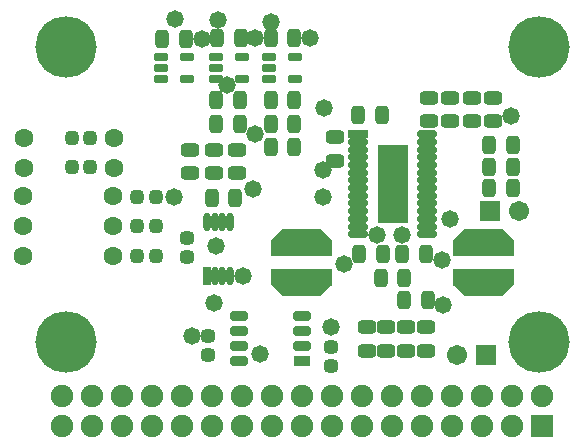
<source format=gts>
G04*
G04 #@! TF.GenerationSoftware,Altium Limited,Altium Designer,21.2.2 (38)*
G04*
G04 Layer_Color=8388736*
%FSLAX44Y44*%
%MOMM*%
G71*
G04*
G04 #@! TF.SameCoordinates,0481F6AC-406D-4A55-AE23-66ADD5F6D1FA*
G04*
G04*
G04 #@! TF.FilePolarity,Negative*
G04*
G01*
G75*
%ADD10R,1.6532X0.6532*%
G04:AMPARAMS|DCode=11|XSize=1.6532mm|YSize=0.6532mm|CornerRadius=0.2141mm|HoleSize=0mm|Usage=FLASHONLY|Rotation=0.000|XOffset=0mm|YOffset=0mm|HoleType=Round|Shape=RoundedRectangle|*
%AMROUNDEDRECTD11*
21,1,1.6532,0.2250,0,0,0.0*
21,1,1.2250,0.6532,0,0,0.0*
1,1,0.4282,0.6125,-0.1125*
1,1,0.4282,-0.6125,-0.1125*
1,1,0.4282,-0.6125,0.1125*
1,1,0.4282,0.6125,0.1125*
%
%ADD11ROUNDEDRECTD11*%
%ADD12R,2.5532X6.6632*%
G04:AMPARAMS|DCode=13|XSize=1.1532mm|YSize=1.6032mm|CornerRadius=0.3391mm|HoleSize=0mm|Usage=FLASHONLY|Rotation=270.000|XOffset=0mm|YOffset=0mm|HoleType=Round|Shape=RoundedRectangle|*
%AMROUNDEDRECTD13*
21,1,1.1532,0.9250,0,0,270.0*
21,1,0.4750,1.6032,0,0,270.0*
1,1,0.6782,-0.4625,-0.2375*
1,1,0.6782,-0.4625,0.2375*
1,1,0.6782,0.4625,0.2375*
1,1,0.6782,0.4625,-0.2375*
%
%ADD13ROUNDEDRECTD13*%
G04:AMPARAMS|DCode=14|XSize=1.1532mm|YSize=1.6032mm|CornerRadius=0.3391mm|HoleSize=0mm|Usage=FLASHONLY|Rotation=180.000|XOffset=0mm|YOffset=0mm|HoleType=Round|Shape=RoundedRectangle|*
%AMROUNDEDRECTD14*
21,1,1.1532,0.9250,0,0,180.0*
21,1,0.4750,1.6032,0,0,180.0*
1,1,0.6782,-0.2375,0.4625*
1,1,0.6782,0.2375,0.4625*
1,1,0.6782,0.2375,-0.4625*
1,1,0.6782,-0.2375,-0.4625*
%
%ADD14ROUNDEDRECTD14*%
%ADD15R,5.1032X1.4032*%
G04:AMPARAMS|DCode=16|XSize=0.7532mm|YSize=1.2032mm|CornerRadius=0.2391mm|HoleSize=0mm|Usage=FLASHONLY|Rotation=270.000|XOffset=0mm|YOffset=0mm|HoleType=Round|Shape=RoundedRectangle|*
%AMROUNDEDRECTD16*
21,1,0.7532,0.7250,0,0,270.0*
21,1,0.2750,1.2032,0,0,270.0*
1,1,0.4782,-0.3625,-0.1375*
1,1,0.4782,-0.3625,0.1375*
1,1,0.4782,0.3625,0.1375*
1,1,0.4782,0.3625,-0.1375*
%
%ADD16ROUNDEDRECTD16*%
G04:AMPARAMS|DCode=17|XSize=1.1032mm|YSize=1.2032mm|CornerRadius=0.3266mm|HoleSize=0mm|Usage=FLASHONLY|Rotation=270.000|XOffset=0mm|YOffset=0mm|HoleType=Round|Shape=RoundedRectangle|*
%AMROUNDEDRECTD17*
21,1,1.1032,0.5500,0,0,270.0*
21,1,0.4500,1.2032,0,0,270.0*
1,1,0.6532,-0.2750,-0.2250*
1,1,0.6532,-0.2750,0.2250*
1,1,0.6532,0.2750,0.2250*
1,1,0.6532,0.2750,-0.2250*
%
%ADD17ROUNDEDRECTD17*%
%ADD18O,0.6532X1.5532*%
G04:AMPARAMS|DCode=19|XSize=1.524mm|YSize=0.8128mm|CornerRadius=0.254mm|HoleSize=0mm|Usage=FLASHONLY|Rotation=180.000|XOffset=0mm|YOffset=0mm|HoleType=Round|Shape=RoundedRectangle|*
%AMROUNDEDRECTD19*
21,1,1.5240,0.3048,0,0,180.0*
21,1,1.0160,0.8128,0,0,180.0*
1,1,0.5080,-0.5080,0.1524*
1,1,0.5080,0.5080,0.1524*
1,1,0.5080,0.5080,-0.1524*
1,1,0.5080,-0.5080,-0.1524*
%
%ADD19ROUNDEDRECTD19*%
%ADD20R,0.6532X1.5532*%
%ADD21R,1.4732X0.8128*%
G04:AMPARAMS|DCode=22|XSize=1.1032mm|YSize=1.2032mm|CornerRadius=0.3266mm|HoleSize=0mm|Usage=FLASHONLY|Rotation=180.000|XOffset=0mm|YOffset=0mm|HoleType=Round|Shape=RoundedRectangle|*
%AMROUNDEDRECTD22*
21,1,1.1032,0.5500,0,0,180.0*
21,1,0.4500,1.2032,0,0,180.0*
1,1,0.6532,-0.2250,0.2750*
1,1,0.6532,0.2250,0.2750*
1,1,0.6532,0.2250,-0.2750*
1,1,0.6532,-0.2250,-0.2750*
%
%ADD22ROUNDEDRECTD22*%
%ADD23R,1.9032X1.9032*%
%ADD24C,1.9032*%
%ADD25C,1.7032*%
%ADD26R,1.7032X1.7032*%
%ADD27C,1.6032*%
%ADD28C,1.4732*%
%ADD29C,5.2032*%
G36*
X515193Y413721D02*
X524779Y423307D01*
Y436721D01*
X473778D01*
Y423307D01*
X483364Y413721D01*
X515193D01*
D02*
G37*
G36*
X483364Y470722D02*
X473778Y461136D01*
Y447721D01*
X524779D01*
Y461136D01*
X515193Y470722D01*
X483364D01*
D02*
G37*
G36*
X669193Y413721D02*
X678779Y423307D01*
Y436721D01*
X627779D01*
Y423307D01*
X637364Y413721D01*
X669193D01*
D02*
G37*
G36*
X637364Y470722D02*
X627779Y461136D01*
Y447721D01*
X678779D01*
Y461136D01*
X669193Y470722D01*
X637364D01*
D02*
G37*
D10*
X546778Y550971D02*
D03*
D11*
Y544472D02*
D03*
Y537971D02*
D03*
Y531471D02*
D03*
Y524972D02*
D03*
Y518471D02*
D03*
Y511972D02*
D03*
Y505471D02*
D03*
Y498971D02*
D03*
Y492472D02*
D03*
Y485971D02*
D03*
Y479472D02*
D03*
Y472971D02*
D03*
Y466471D02*
D03*
X605779D02*
D03*
Y472971D02*
D03*
Y479472D02*
D03*
Y485971D02*
D03*
Y492472D02*
D03*
Y498971D02*
D03*
Y505471D02*
D03*
Y511972D02*
D03*
Y518471D02*
D03*
Y524972D02*
D03*
Y531471D02*
D03*
Y537971D02*
D03*
Y544472D02*
D03*
Y550971D02*
D03*
D12*
X576278Y508722D02*
D03*
D13*
X587612Y387721D02*
D03*
Y367721D02*
D03*
X604278Y387721D02*
D03*
Y367721D02*
D03*
X554278Y387721D02*
D03*
Y367721D02*
D03*
X570945Y387721D02*
D03*
Y367721D02*
D03*
X607279Y562022D02*
D03*
Y582022D02*
D03*
X643279Y562022D02*
D03*
Y582022D02*
D03*
X625279D02*
D03*
Y562022D02*
D03*
X661279Y582022D02*
D03*
Y562022D02*
D03*
X527279Y528721D02*
D03*
Y548722D02*
D03*
X445000Y518000D02*
D03*
Y538000D02*
D03*
X425000Y518000D02*
D03*
Y538000D02*
D03*
X405000Y518000D02*
D03*
Y538000D02*
D03*
D14*
X658279Y541721D02*
D03*
X678279D02*
D03*
Y523722D02*
D03*
X658279D02*
D03*
X586278Y410722D02*
D03*
X606278D02*
D03*
X678279Y505721D02*
D03*
X658279D02*
D03*
X547279Y567721D02*
D03*
X567279D02*
D03*
X548279Y449721D02*
D03*
X568279D02*
D03*
X586279Y429721D02*
D03*
X566278D02*
D03*
X604278Y449721D02*
D03*
X584278D02*
D03*
X473000Y560000D02*
D03*
X493000D02*
D03*
X427000Y580000D02*
D03*
X447000D02*
D03*
Y560000D02*
D03*
X427000D02*
D03*
X473000Y633000D02*
D03*
X493000D02*
D03*
X473000Y580000D02*
D03*
X493000D02*
D03*
X428000Y633000D02*
D03*
X448000D02*
D03*
X473000Y540000D02*
D03*
X493000D02*
D03*
X381000Y632000D02*
D03*
X401000D02*
D03*
X423000Y497000D02*
D03*
X443000D02*
D03*
D15*
X499278Y454721D02*
D03*
Y429721D02*
D03*
X653279Y454721D02*
D03*
Y429721D02*
D03*
D16*
X380000Y616500D02*
D03*
Y607000D02*
D03*
Y597500D02*
D03*
X402000D02*
D03*
Y616500D02*
D03*
X449000D02*
D03*
Y597500D02*
D03*
X427000D02*
D03*
Y607000D02*
D03*
Y616500D02*
D03*
X494000D02*
D03*
Y597500D02*
D03*
X472000D02*
D03*
Y607000D02*
D03*
Y616500D02*
D03*
D17*
X420000Y380000D02*
D03*
X524000Y355000D02*
D03*
Y371000D02*
D03*
X402000Y463000D02*
D03*
Y447000D02*
D03*
X420000Y364000D02*
D03*
D18*
X438750Y431250D02*
D03*
Y476750D02*
D03*
X425750Y431250D02*
D03*
X432250D02*
D03*
X419250Y476750D02*
D03*
X425750D02*
D03*
X432250D02*
D03*
D19*
X446330Y384350D02*
D03*
Y397050D02*
D03*
X499670D02*
D03*
X446330Y358950D02*
D03*
X499670Y384350D02*
D03*
X446330Y371650D02*
D03*
X499670D02*
D03*
D20*
X419250Y431250D02*
D03*
D21*
X499670Y358950D02*
D03*
D22*
X360000Y498000D02*
D03*
X376000D02*
D03*
X320500Y548250D02*
D03*
X304500D02*
D03*
X360000Y473000D02*
D03*
X376000D02*
D03*
X320500Y523000D02*
D03*
X304500D02*
D03*
X360000Y448000D02*
D03*
X376000D02*
D03*
D23*
X702600Y304000D02*
D03*
D24*
Y329400D02*
D03*
X677200Y304000D02*
D03*
Y329400D02*
D03*
X651800Y304000D02*
D03*
Y329400D02*
D03*
X626400D02*
D03*
Y304000D02*
D03*
X601000Y329400D02*
D03*
Y304000D02*
D03*
X499400D02*
D03*
Y329400D02*
D03*
X524800Y304000D02*
D03*
Y329400D02*
D03*
X550200D02*
D03*
Y304000D02*
D03*
X575600Y329400D02*
D03*
Y304000D02*
D03*
X397800D02*
D03*
Y329400D02*
D03*
X423200Y304000D02*
D03*
Y329400D02*
D03*
X448600D02*
D03*
Y304000D02*
D03*
X474000Y329400D02*
D03*
Y304000D02*
D03*
X321600D02*
D03*
Y329400D02*
D03*
X347000D02*
D03*
Y304000D02*
D03*
X372400Y329400D02*
D03*
Y304000D02*
D03*
X296200Y329400D02*
D03*
Y304000D02*
D03*
D25*
X683622Y485708D02*
D03*
X630657Y364013D02*
D03*
D26*
X658622Y485708D02*
D03*
X655657Y364013D02*
D03*
D27*
X340093Y548301D02*
D03*
Y522901D02*
D03*
X263894D02*
D03*
Y548301D02*
D03*
X340000Y498400D02*
D03*
X263800D02*
D03*
X340000Y473000D02*
D03*
X263800D02*
D03*
X339907Y447600D02*
D03*
X263706D02*
D03*
D28*
X427000Y456500D02*
D03*
X406750Y380000D02*
D03*
X449500Y431250D02*
D03*
X473500Y646500D02*
D03*
X428250Y647500D02*
D03*
X392250Y648250D02*
D03*
X517350Y497900D02*
D03*
Y521177D02*
D03*
X535000Y441072D02*
D03*
X676924Y566544D02*
D03*
X576279Y508372D02*
D03*
X625279Y479721D02*
D03*
X618638Y406362D02*
D03*
X618279Y444721D02*
D03*
X584278Y465722D02*
D03*
X562929D02*
D03*
X518350Y573000D02*
D03*
X458000Y505000D02*
D03*
X436201Y592897D02*
D03*
X506000Y633000D02*
D03*
X459900D02*
D03*
X414900Y632000D02*
D03*
X460000Y551000D02*
D03*
X391000Y498000D02*
D03*
X524000Y388000D02*
D03*
X425000Y408000D02*
D03*
X464000Y365000D02*
D03*
D29*
X700000Y625000D02*
D03*
X300000D02*
D03*
Y375000D02*
D03*
X700000Y375000D02*
D03*
M02*

</source>
